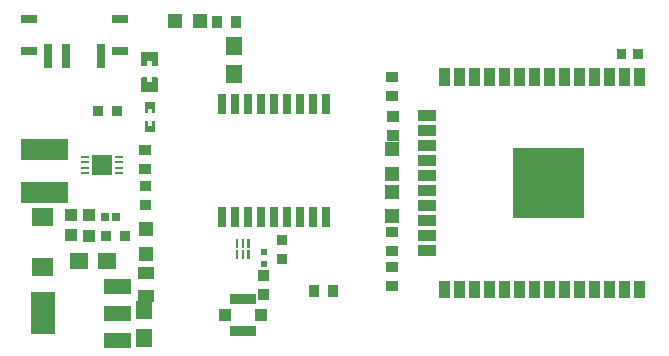
<source format=gtp>
G04 Layer: TopPasteMaskLayer*
G04 EasyEDA v6.4.29, 2022-01-20 17:46:20*
G04 fb4b0ff46d504c98a6534b0bae3310fd,dc92750a051249c6af70c8c7d89aaf1b,10*
G04 Gerber Generator version 0.2*
G04 Scale: 100 percent, Rotated: No, Reflected: No *
G04 Dimensions in millimeters *
G04 leading zeros omitted , absolute positions ,4 integer and 5 decimal *
%FSLAX45Y45*%
%MOMM*%

%ADD23R,2.1590X3.5560*%
%ADD24R,0.8999X0.9500*%
%ADD25R,0.6500X0.6500*%
%ADD26R,1.0000X1.1001*%
%ADD27R,1.0000X0.8999*%
%ADD28R,1.1999X1.1999*%
%ADD29R,1.4000X1.0500*%
%ADD30R,0.8001X2.0000*%
%ADD31R,1.4000X0.8001*%
%ADD32R,0.8001X1.8001*%
%ADD35R,0.9500X0.8999*%
%ADD36R,0.5999X0.5999*%
%ADD37R,0.8999X1.0000*%
%ADD38R,0.7000X0.2500*%
%ADD39R,1.7000X1.7000*%
%ADD43R,1.3589X1.5000*%

%LPD*%
G36*
X1575206Y11692788D02*
G01*
X1534210Y11692280D01*
X1529181Y11687302D01*
X1529181Y11572290D01*
X1534210Y11567312D01*
X1662175Y11567312D01*
X1667205Y11572290D01*
X1667205Y11687302D01*
X1662175Y11692280D01*
X1620215Y11691823D01*
X1620215Y11647779D01*
X1575206Y11647779D01*
G37*
G36*
X1534210Y11907316D02*
G01*
X1529181Y11902287D01*
X1529181Y11787276D01*
X1534210Y11782298D01*
X1575206Y11782806D01*
X1575206Y11826798D01*
X1620215Y11826798D01*
X1620215Y11782298D01*
X1662175Y11782298D01*
X1667205Y11787276D01*
X1667205Y11902287D01*
X1662175Y11907316D01*
G37*
G36*
X1560220Y11478310D02*
G01*
X1555191Y11473281D01*
X1555191Y11393322D01*
X1560220Y11388293D01*
X1582978Y11388293D01*
X1582978Y11425326D01*
X1615998Y11425326D01*
X1615998Y11388293D01*
X1640179Y11388293D01*
X1645208Y11393322D01*
X1645208Y11473281D01*
X1640179Y11478310D01*
G37*
G36*
X1560220Y11318290D02*
G01*
X1555191Y11313312D01*
X1555191Y11234318D01*
X1560220Y11229289D01*
X1640179Y11229289D01*
X1645208Y11234318D01*
X1645208Y11313312D01*
X1640179Y11318290D01*
X1615998Y11318290D01*
X1615998Y11280292D01*
X1582978Y11280292D01*
X1582978Y11318290D01*
G37*
G36*
X5703392Y11769979D02*
G01*
X5793384Y11769979D01*
X5793384Y11619992D01*
X5703392Y11619992D01*
G37*
G36*
X5576392Y11769979D02*
G01*
X5666384Y11769979D01*
X5666384Y11619992D01*
X5576392Y11619992D01*
G37*
G36*
X5449392Y11769979D02*
G01*
X5539384Y11769979D01*
X5539384Y11619992D01*
X5449392Y11619992D01*
G37*
G36*
X5322392Y11769979D02*
G01*
X5412384Y11769979D01*
X5412384Y11619992D01*
X5322392Y11619992D01*
G37*
G36*
X5195392Y11769979D02*
G01*
X5285384Y11769979D01*
X5285384Y11619992D01*
X5195392Y11619992D01*
G37*
G36*
X5068392Y11769979D02*
G01*
X5158384Y11769979D01*
X5158384Y11619992D01*
X5068392Y11619992D01*
G37*
G36*
X4941392Y11769979D02*
G01*
X5031384Y11769979D01*
X5031384Y11619992D01*
X4941392Y11619992D01*
G37*
G36*
X4814392Y11769979D02*
G01*
X4904384Y11769979D01*
X4904384Y11619992D01*
X4814392Y11619992D01*
G37*
G36*
X4687392Y11769979D02*
G01*
X4777384Y11769979D01*
X4777384Y11619992D01*
X4687392Y11619992D01*
G37*
G36*
X4560392Y11769979D02*
G01*
X4650384Y11769979D01*
X4650384Y11619992D01*
X4560392Y11619992D01*
G37*
G36*
X4433392Y11769979D02*
G01*
X4523384Y11769979D01*
X4523384Y11619992D01*
X4433392Y11619992D01*
G37*
G36*
X4306392Y11769979D02*
G01*
X4396384Y11769979D01*
X4396384Y11619992D01*
X4306392Y11619992D01*
G37*
G36*
X4179392Y11769979D02*
G01*
X4269384Y11769979D01*
X4269384Y11619992D01*
X4179392Y11619992D01*
G37*
G36*
X4052392Y11769979D02*
G01*
X4142384Y11769979D01*
X4142384Y11619992D01*
X4052392Y11619992D01*
G37*
G36*
X3873398Y11321491D02*
G01*
X3873398Y11411483D01*
X4023385Y11411483D01*
X4023385Y11321491D01*
G37*
G36*
X3873398Y11194491D02*
G01*
X3873398Y11284483D01*
X4023385Y11284483D01*
X4023385Y11194491D01*
G37*
G36*
X3873398Y11067491D02*
G01*
X3873398Y11157483D01*
X4023385Y11157483D01*
X4023385Y11067491D01*
G37*
G36*
X3873398Y10940491D02*
G01*
X3873398Y11030483D01*
X4023385Y11030483D01*
X4023385Y10940491D01*
G37*
G36*
X3873398Y10813491D02*
G01*
X3873398Y10903483D01*
X4023385Y10903483D01*
X4023385Y10813491D01*
G37*
G36*
X3873398Y10686491D02*
G01*
X3873398Y10776483D01*
X4023385Y10776483D01*
X4023385Y10686491D01*
G37*
G36*
X3873398Y10559491D02*
G01*
X3873398Y10649483D01*
X4023385Y10649483D01*
X4023385Y10559491D01*
G37*
G36*
X3873398Y10432491D02*
G01*
X3873398Y10522483D01*
X4023385Y10522483D01*
X4023385Y10432491D01*
G37*
G36*
X3873398Y10305491D02*
G01*
X3873398Y10395483D01*
X4023385Y10395483D01*
X4023385Y10305491D01*
G37*
G36*
X3873398Y10178491D02*
G01*
X3873398Y10268483D01*
X4023385Y10268483D01*
X4023385Y10178491D01*
G37*
G36*
X4052392Y9969982D02*
G01*
X4142384Y9969982D01*
X4142384Y9819995D01*
X4052392Y9819995D01*
G37*
G36*
X4179392Y9969982D02*
G01*
X4269384Y9969982D01*
X4269384Y9819995D01*
X4179392Y9819995D01*
G37*
G36*
X4306392Y9969982D02*
G01*
X4396384Y9969982D01*
X4396384Y9819995D01*
X4306392Y9819995D01*
G37*
G36*
X4433392Y9969982D02*
G01*
X4523384Y9969982D01*
X4523384Y9819995D01*
X4433392Y9819995D01*
G37*
G36*
X4560392Y9969982D02*
G01*
X4650384Y9969982D01*
X4650384Y9819995D01*
X4560392Y9819995D01*
G37*
G36*
X4687392Y9969982D02*
G01*
X4777384Y9969982D01*
X4777384Y9819995D01*
X4687392Y9819995D01*
G37*
G36*
X4814392Y9969982D02*
G01*
X4904384Y9969982D01*
X4904384Y9819995D01*
X4814392Y9819995D01*
G37*
G36*
X4941392Y9969982D02*
G01*
X5031384Y9969982D01*
X5031384Y9819995D01*
X4941392Y9819995D01*
G37*
G36*
X5068392Y9969982D02*
G01*
X5158384Y9969982D01*
X5158384Y9819995D01*
X5068392Y9819995D01*
G37*
G36*
X5195392Y9969982D02*
G01*
X5285384Y9969982D01*
X5285384Y9819995D01*
X5195392Y9819995D01*
G37*
G36*
X5322392Y9969982D02*
G01*
X5412384Y9969982D01*
X5412384Y9819995D01*
X5322392Y9819995D01*
G37*
G36*
X5449392Y9969982D02*
G01*
X5539384Y9969982D01*
X5539384Y9819995D01*
X5449392Y9819995D01*
G37*
G36*
X5576392Y9969982D02*
G01*
X5666384Y9969982D01*
X5666384Y9819995D01*
X5576392Y9819995D01*
G37*
G36*
X5703392Y9969982D02*
G01*
X5793384Y9969982D01*
X5793384Y9819995D01*
X5703392Y9819995D01*
G37*
G36*
X4678400Y11094999D02*
G01*
X5278399Y11094999D01*
X5278399Y10495000D01*
X4678400Y10495000D01*
G37*
G36*
X1213434Y9402597D02*
G01*
X1213434Y9529597D01*
X1442034Y9529597D01*
X1442034Y9402597D01*
G37*
G36*
X1213434Y9631197D02*
G01*
X1213434Y9758197D01*
X1442034Y9758197D01*
X1442034Y9631197D01*
G37*
G36*
X1213434Y9859797D02*
G01*
X1213434Y9986797D01*
X1442034Y9986797D01*
X1442034Y9859797D01*
G37*
D23*
G01*
X692734Y9694697D03*
D24*
G01*
X1324584Y11404600D03*
G01*
X1164590Y11404600D03*
D25*
G01*
X1313713Y10503738D03*
G01*
X1223721Y10503738D03*
D24*
G01*
X1387271Y10346207D03*
G01*
X1227277Y10346207D03*
G36*
X598322Y10434497D02*
G01*
X598322Y10586897D01*
X776122Y10586897D01*
X776122Y10434497D01*
G37*
G36*
X776122Y10156901D02*
G01*
X776122Y10004501D01*
X598322Y10004501D01*
X598322Y10156901D01*
G37*
G36*
X911199Y11166602D02*
G01*
X911199Y10986592D01*
X511200Y10986592D01*
X511200Y11166602D01*
G37*
G36*
X911199Y10806607D02*
G01*
X911199Y10626598D01*
X511200Y10626598D01*
X511200Y10806607D01*
G37*
D26*
G01*
X1085240Y10350703D03*
G01*
X1085240Y10520705D03*
G01*
X931240Y10522712D03*
G01*
X931240Y10352709D03*
G36*
X3607600Y11402606D02*
G01*
X3707599Y11402606D01*
X3707599Y11312613D01*
X3607600Y11312613D01*
G37*
G36*
X3607600Y11242586D02*
G01*
X3707599Y11242586D01*
X3707599Y11152593D01*
X3607600Y11152593D01*
G37*
D28*
G01*
X3651986Y10871987D03*
G01*
X3651986Y11081969D03*
D27*
G01*
X3653256Y11530406D03*
G01*
X3653256Y11690426D03*
G01*
X3651478Y9921417D03*
G01*
X3651478Y10081412D03*
D29*
G01*
X1567992Y9841992D03*
G01*
X1567992Y10031984D03*
D28*
G01*
X1567002Y10402976D03*
G01*
X1567002Y10192969D03*
D30*
G01*
X1188008Y11873966D03*
G01*
X888009Y11873966D03*
G01*
X737997Y11873966D03*
D31*
G01*
X1348003Y12183973D03*
G01*
X578002Y12183973D03*
G01*
X578002Y11913971D03*
G01*
X1348003Y11913971D03*
D32*
G01*
X3091611Y11468201D03*
G01*
X2981604Y11468201D03*
G01*
X2871597Y11468201D03*
G01*
X2761615Y11468201D03*
G01*
X2651607Y11468201D03*
G01*
X2541600Y11468201D03*
G01*
X2431618Y11468201D03*
G01*
X2321610Y11468201D03*
G01*
X2211603Y11468201D03*
G01*
X2211603Y10508208D03*
G01*
X2321610Y10508208D03*
G01*
X2431618Y10508208D03*
G01*
X2541600Y10508208D03*
G01*
X2651607Y10508208D03*
G01*
X2761615Y10508208D03*
G01*
X2871597Y10508208D03*
G01*
X2981604Y10508208D03*
G01*
X3091611Y10508208D03*
G36*
X2277605Y9857384D02*
G01*
X2497594Y9857384D01*
X2497594Y9772396D01*
X2277605Y9772396D01*
G37*
G36*
X2277605Y9582404D02*
G01*
X2497594Y9582404D01*
X2497594Y9497415D01*
X2277605Y9497415D01*
G37*
G36*
X2487599Y9727399D02*
G01*
X2592603Y9727399D01*
X2592603Y9627400D01*
X2487599Y9627400D01*
G37*
G36*
X2182596Y9727399D02*
G01*
X2287600Y9727399D01*
X2287600Y9627400D01*
X2182596Y9627400D01*
G37*
D27*
G01*
X3653993Y10218978D03*
G01*
X3653993Y10378973D03*
D28*
G01*
X3653002Y10511967D03*
G01*
X3653002Y10721975D03*
G36*
X2329332Y10151211D02*
G01*
X2329002Y10151237D01*
X2328697Y10151287D01*
X2328367Y10151389D01*
X2328062Y10151516D01*
X2327783Y10151694D01*
X2327529Y10151897D01*
X2327275Y10152126D01*
X2327071Y10152405D01*
X2326919Y10152684D01*
X2326767Y10152989D01*
X2326665Y10153294D01*
X2326614Y10153624D01*
X2326589Y10153954D01*
X2326589Y10224465D01*
X2326614Y10224795D01*
X2326665Y10225125D01*
X2326767Y10225430D01*
X2326919Y10225735D01*
X2327071Y10226014D01*
X2327275Y10226268D01*
X2327529Y10226522D01*
X2327783Y10226725D01*
X2328062Y10226878D01*
X2328367Y10227030D01*
X2328697Y10227132D01*
X2329002Y10227183D01*
X2329332Y10227208D01*
X2345842Y10227208D01*
X2346172Y10227183D01*
X2346502Y10227132D01*
X2346807Y10227030D01*
X2347112Y10226878D01*
X2347417Y10226725D01*
X2347671Y10226522D01*
X2347899Y10226268D01*
X2348103Y10226014D01*
X2348280Y10225735D01*
X2348407Y10225430D01*
X2348509Y10225125D01*
X2348585Y10224795D01*
X2348585Y10224465D01*
X2348585Y10153954D01*
X2348585Y10153624D01*
X2348509Y10153294D01*
X2348407Y10152989D01*
X2348280Y10152684D01*
X2348103Y10152405D01*
X2347899Y10152126D01*
X2347671Y10151897D01*
X2347417Y10151694D01*
X2347112Y10151516D01*
X2346807Y10151389D01*
X2346502Y10151287D01*
X2346172Y10151237D01*
X2345842Y10151211D01*
G37*
G36*
X2379345Y10151211D02*
G01*
X2379014Y10151237D01*
X2378684Y10151287D01*
X2378379Y10151389D01*
X2378075Y10151516D01*
X2377770Y10151694D01*
X2377516Y10151897D01*
X2377287Y10152126D01*
X2377084Y10152405D01*
X2376906Y10152684D01*
X2376779Y10152989D01*
X2376678Y10153294D01*
X2376627Y10153624D01*
X2376601Y10153954D01*
X2376601Y10224465D01*
X2376627Y10224795D01*
X2376678Y10225125D01*
X2376779Y10225430D01*
X2376906Y10225735D01*
X2377084Y10226014D01*
X2377287Y10226268D01*
X2377516Y10226522D01*
X2377770Y10226725D01*
X2378075Y10226878D01*
X2378379Y10227030D01*
X2378684Y10227132D01*
X2379014Y10227183D01*
X2379345Y10227208D01*
X2395855Y10227208D01*
X2396185Y10227183D01*
X2396515Y10227132D01*
X2396820Y10227030D01*
X2397125Y10226878D01*
X2397404Y10226725D01*
X2397658Y10226522D01*
X2397912Y10226268D01*
X2398115Y10226014D01*
X2398268Y10225735D01*
X2398420Y10225430D01*
X2398522Y10225125D01*
X2398572Y10224795D01*
X2398598Y10224465D01*
X2398598Y10153954D01*
X2398572Y10153624D01*
X2398522Y10153294D01*
X2398420Y10152989D01*
X2398268Y10152684D01*
X2398115Y10152405D01*
X2397912Y10152126D01*
X2397658Y10151897D01*
X2397404Y10151694D01*
X2397125Y10151516D01*
X2396820Y10151389D01*
X2396515Y10151287D01*
X2396185Y10151237D01*
X2395855Y10151211D01*
G37*
G36*
X2429332Y10151211D02*
G01*
X2429002Y10151237D01*
X2428697Y10151287D01*
X2428367Y10151389D01*
X2428062Y10151516D01*
X2427782Y10151694D01*
X2427528Y10151897D01*
X2427274Y10152126D01*
X2427071Y10152405D01*
X2426919Y10152684D01*
X2426766Y10152989D01*
X2426665Y10153294D01*
X2426614Y10153624D01*
X2426589Y10153954D01*
X2426589Y10224465D01*
X2426614Y10224795D01*
X2426665Y10225125D01*
X2426766Y10225430D01*
X2426919Y10225735D01*
X2427071Y10226014D01*
X2427274Y10226268D01*
X2427528Y10226522D01*
X2427782Y10226725D01*
X2428062Y10226878D01*
X2428367Y10227030D01*
X2428697Y10227132D01*
X2429002Y10227183D01*
X2429332Y10227208D01*
X2445842Y10227208D01*
X2446172Y10227183D01*
X2446502Y10227132D01*
X2446807Y10227030D01*
X2447112Y10226878D01*
X2447417Y10226725D01*
X2447671Y10226522D01*
X2447899Y10226268D01*
X2448102Y10226014D01*
X2448280Y10225735D01*
X2448407Y10225430D01*
X2448509Y10225125D01*
X2448585Y10224795D01*
X2448585Y10224465D01*
X2448585Y10153954D01*
X2448585Y10153624D01*
X2448509Y10153294D01*
X2448407Y10152989D01*
X2448280Y10152684D01*
X2448102Y10152405D01*
X2447899Y10152126D01*
X2447671Y10151897D01*
X2447417Y10151694D01*
X2447112Y10151516D01*
X2446807Y10151389D01*
X2446502Y10151287D01*
X2446172Y10151237D01*
X2445842Y10151211D01*
G37*
G36*
X2429332Y10245217D02*
G01*
X2429002Y10245217D01*
X2428697Y10245293D01*
X2428367Y10245394D01*
X2428062Y10245521D01*
X2427782Y10245699D01*
X2427528Y10245902D01*
X2427274Y10246131D01*
X2427071Y10246385D01*
X2426919Y10246690D01*
X2426766Y10246969D01*
X2426665Y10247299D01*
X2426614Y10247630D01*
X2426589Y10247960D01*
X2426589Y10318445D01*
X2426614Y10318775D01*
X2426665Y10319105D01*
X2426766Y10319435D01*
X2426919Y10319740D01*
X2427071Y10320020D01*
X2427274Y10320274D01*
X2427528Y10320502D01*
X2427782Y10320731D01*
X2428062Y10320883D01*
X2428367Y10321036D01*
X2428697Y10321137D01*
X2429002Y10321188D01*
X2429332Y10321213D01*
X2445842Y10321213D01*
X2446172Y10321188D01*
X2446502Y10321137D01*
X2446807Y10321036D01*
X2447112Y10320883D01*
X2447417Y10320731D01*
X2447671Y10320502D01*
X2447899Y10320274D01*
X2448102Y10320020D01*
X2448280Y10319740D01*
X2448407Y10319435D01*
X2448509Y10319105D01*
X2448585Y10318775D01*
X2448585Y10318445D01*
X2448585Y10247960D01*
X2448585Y10247630D01*
X2448509Y10247299D01*
X2448407Y10246969D01*
X2448280Y10246690D01*
X2448102Y10246385D01*
X2447899Y10246131D01*
X2447671Y10245902D01*
X2447417Y10245699D01*
X2447112Y10245521D01*
X2446807Y10245394D01*
X2446502Y10245293D01*
X2446172Y10245217D01*
X2445842Y10245217D01*
G37*
G36*
X2379345Y10245217D02*
G01*
X2379014Y10245217D01*
X2378684Y10245293D01*
X2378379Y10245394D01*
X2378075Y10245521D01*
X2377770Y10245699D01*
X2377516Y10245902D01*
X2377287Y10246131D01*
X2377084Y10246385D01*
X2376906Y10246690D01*
X2376779Y10246969D01*
X2376678Y10247299D01*
X2376627Y10247630D01*
X2376601Y10247960D01*
X2376601Y10318445D01*
X2376627Y10318775D01*
X2376678Y10319105D01*
X2376779Y10319435D01*
X2376906Y10319740D01*
X2377084Y10320020D01*
X2377287Y10320274D01*
X2377516Y10320502D01*
X2377770Y10320731D01*
X2378075Y10320883D01*
X2378379Y10321036D01*
X2378684Y10321137D01*
X2379014Y10321188D01*
X2379345Y10321213D01*
X2395855Y10321213D01*
X2396185Y10321188D01*
X2396515Y10321137D01*
X2396820Y10321036D01*
X2397125Y10320883D01*
X2397404Y10320731D01*
X2397658Y10320502D01*
X2397912Y10320274D01*
X2398115Y10320020D01*
X2398268Y10319740D01*
X2398420Y10319435D01*
X2398522Y10319105D01*
X2398572Y10318775D01*
X2398598Y10318445D01*
X2398598Y10247960D01*
X2398572Y10247630D01*
X2398522Y10247299D01*
X2398420Y10246969D01*
X2398268Y10246690D01*
X2398115Y10246385D01*
X2397912Y10246131D01*
X2397658Y10245902D01*
X2397404Y10245699D01*
X2397125Y10245521D01*
X2396820Y10245394D01*
X2396515Y10245293D01*
X2396185Y10245217D01*
X2395855Y10245217D01*
G37*
G36*
X2329332Y10245217D02*
G01*
X2329002Y10245217D01*
X2328697Y10245293D01*
X2328367Y10245394D01*
X2328062Y10245521D01*
X2327783Y10245699D01*
X2327529Y10245902D01*
X2327275Y10246131D01*
X2327071Y10246385D01*
X2326919Y10246690D01*
X2326767Y10246969D01*
X2326665Y10247299D01*
X2326614Y10247630D01*
X2326589Y10247960D01*
X2326589Y10318445D01*
X2326614Y10318775D01*
X2326665Y10319105D01*
X2326767Y10319435D01*
X2326919Y10319740D01*
X2327071Y10320020D01*
X2327275Y10320274D01*
X2327529Y10320502D01*
X2327783Y10320731D01*
X2328062Y10320883D01*
X2328367Y10321036D01*
X2328697Y10321137D01*
X2329002Y10321188D01*
X2329332Y10321213D01*
X2345842Y10321213D01*
X2346172Y10321188D01*
X2346502Y10321137D01*
X2346807Y10321036D01*
X2347112Y10320883D01*
X2347417Y10320731D01*
X2347671Y10320502D01*
X2347899Y10320274D01*
X2348103Y10320020D01*
X2348280Y10319740D01*
X2348407Y10319435D01*
X2348509Y10319105D01*
X2348585Y10318775D01*
X2348585Y10318445D01*
X2348585Y10247960D01*
X2348585Y10247630D01*
X2348509Y10247299D01*
X2348407Y10246969D01*
X2348280Y10246690D01*
X2348103Y10246385D01*
X2347899Y10246131D01*
X2347671Y10245902D01*
X2347417Y10245699D01*
X2347112Y10245521D01*
X2346807Y10245394D01*
X2346502Y10245293D01*
X2346172Y10245217D01*
X2345842Y10245217D01*
G37*
D35*
G01*
X2717800Y10156215D03*
G01*
X2717800Y10316210D03*
G36*
X2517902Y10056406D02*
G01*
X2612898Y10056406D01*
X2612898Y9966413D01*
X2517902Y9966413D01*
G37*
G36*
X2517902Y9896411D02*
G01*
X2612898Y9896411D01*
X2612898Y9806419D01*
X2517902Y9806419D01*
G37*
D36*
G01*
X2565400Y10109200D03*
G01*
X2565400Y10210800D03*
D27*
G01*
X1562989Y10913973D03*
G01*
X1562989Y11073968D03*
G36*
X1512989Y10813986D02*
G01*
X1612988Y10813986D01*
X1612988Y10723994D01*
X1512989Y10723994D01*
G37*
G36*
X1512989Y10653966D02*
G01*
X1612988Y10653966D01*
X1612988Y10563974D01*
X1512989Y10563974D01*
G37*
D37*
G01*
X2993415Y9880600D03*
G01*
X3153410Y9880600D03*
G01*
X2326995Y12160986D03*
G01*
X2167001Y12160986D03*
G36*
X1756003Y12223978D02*
G01*
X1875993Y12223978D01*
X1875993Y12103989D01*
X1756003Y12103989D01*
G37*
G36*
X1966010Y12223978D02*
G01*
X2086000Y12223978D01*
X2086000Y12103989D01*
X1966010Y12103989D01*
G37*
D38*
G01*
X1338808Y10879899D03*
G01*
X1338808Y10924908D03*
G01*
X1338808Y10969891D03*
G01*
X1338808Y11014900D03*
G01*
X1048791Y11014900D03*
G01*
X1048791Y10969891D03*
G01*
X1048791Y10924908D03*
G01*
X1048791Y10879899D03*
D39*
G01*
X1193800Y10947412D03*
G36*
X5554200Y11932201D02*
G01*
X5634200Y11932201D01*
X5634200Y11842198D01*
X5554200Y11842198D01*
G37*
G36*
X5694199Y11932201D02*
G01*
X5774199Y11932201D01*
X5774199Y11842198D01*
X5694199Y11842198D01*
G37*
D43*
G01*
X2311400Y11716410D03*
G01*
X2311400Y11956389D03*
G36*
X922599Y10202545D02*
G01*
X1072601Y10202545D01*
X1072601Y10066655D01*
X922599Y10066655D01*
G37*
G36*
X1162598Y10202545D02*
G01*
X1312598Y10202545D01*
X1312598Y10066655D01*
X1162598Y10066655D01*
G37*
G01*
X1549400Y9721189D03*
G01*
X1549400Y9481210D03*
M02*

</source>
